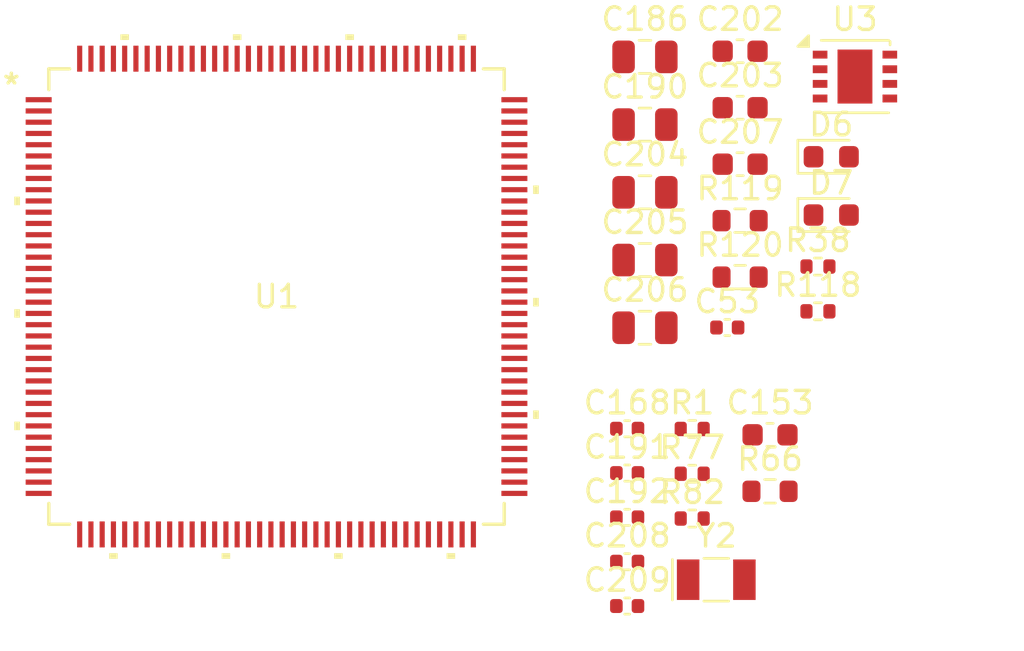
<source format=kicad_pcb>
(kicad_pcb (version 20240108) (generator "pcbnew") (generator_version "8.0")
  (layers (0 "F.Cu" signal) (31 "B.Cu" signal) (34 "B.Paste" user) (35 "F.Paste" user) (36 "B.SilkS" user "B.Silkscreen") (37 "F.SilkS" user "F.Silkscreen") (38 "B.Mask" user) (39 "F.Mask" user) (44 "Edge.Cuts" user))
  (net 0 "")
  (net 1 "/3,3V regulator: MCP1727-2502EMF/5P0V")
  (net 2 "Earth")
  (net 3 "/CLOCK & GND/PLL_MDDR_VSSA")
  (net 4 "Net-(U3-~{SHDN})")
  (net 5 "Net-(D6-A)")
  (net 6 "Net-(D7-A)")
  (net 81 "/CLOCK & GND/PLL_MDDR_VDDA")
  (net 82 "3P3V")
  (net 83 "Net-(C192-Pad1)")
  (net 84 "/CLOCK & GND/XTLOSC_MAIN_EXTAL")
  (net 85 "/CLOCK & GND/XTLOSC_MAIN_XTAL")
  (net 87 "/CLOCK & GND/DEVRST_N")
  (footprint "Package_DFN_QFN:DFN-8-1EP_3x3mm_P0.65mm_EP1.55x2.4mm" (layer "F.Cu") (at 167.415 78.135)
    (property "Reference" "U3" (at 0 -2.55 0) (layer "F.SilkS"))
    (property "Value" "MCP1727-2502xMF")
    (fp_line (start -1.5 -1.61) (end 1.5 -1.61) (stroke (width 0.12)) (layer "F.SilkS"))
    (fp_line (start -1.5 1.61) (end 1.5 1.61) (stroke (width 0.12)) (layer "F.SilkS"))
    (fp_line (start 1.56 -1.56) (end 1.56 -1.41) (stroke (width 0.12)) (layer "F.SilkS"))
    (fp_poly (pts (xy -2.06 -1.34) (xy -2.54 -1.34) (xy -2.06 -1.82) (xy -2.06 -1.34)) (stroke (width 0.12)) (fill solid) (layer "F.SilkS"))
    (pad "1" smd rect (at -1.55 -0.975) (size 0.65 0.35) (layers "F.Cu" "F.Paste" "F.Mask") (net 1 "/3,3V regulator: MCP1727-2502EMF/5P0V"))
    (pad "2" smd rect (at -1.55 -0.325) (size 0.65 0.35) (layers "F.Cu" "F.Paste" "F.Mask") (net 1 "/3,3V regulator: MCP1727-2502EMF/5P0V"))
    (pad "3" smd rect (at -1.55 0.325) (size 0.65 0.35) (layers "F.Cu" "F.Paste" "F.Mask") (net 4 "Net-(U3-~{SHDN})"))
    (pad "4" smd rect (at -1.55 0.975) (size 0.65 0.35) (layers "F.Cu" "F.Paste" "F.Mask") (net 2 "Earth"))
    (pad "5" smd rect (at 1.55 0.975) (size 0.65 0.35) (layers "F.Cu" "F.Paste" "F.Mask"))
    (pad "6" smd rect (at 1.55 0.325) (size 0.65 0.35) (layers "F.Cu" "F.Paste" "F.Mask"))
    (pad "7" smd rect (at 1.55 -0.325) (size 0.65 0.35) (layers "F.Cu" "F.Paste" "F.Mask") (net 82 "3P3V"))
    (pad "8" smd rect (at 1.55 -0.975) (size 0.65 0.35) (layers "F.Cu" "F.Paste" "F.Mask") (net 82 "3P3V"))
    (pad "9" smd rect (at 0 0) (size 1.55 2.4) (layers "F.Cu" "F.Mask") (net 2 "Earth"))
  )
  (footprint "Capacitor_SMD:C_0603_1608Metric" (layer "F.Cu") (at 162.31 77.01)
    (property "Reference" "C202" (at 0 -1.43 0) (layer "F.SilkS"))
    (property "Value" "0.1uF/50V")
    (fp_line (start -0.14058 -0.51) (end 0.14058 -0.51) (stroke (width 0.12)) (layer "F.SilkS"))
    (fp_line (start -0.14058 0.51) (end 0.14058 0.51) (stroke (width 0.12)) (layer "F.SilkS"))
    (pad "1" smd roundrect (at -0.775 0) (size 0.9 0.95) (layers "F.Cu" "F.Paste" "F.Mask") (net 4 "Net-(U3-~{SHDN})"))
    (pad "2" smd roundrect (at 0.775 0) (size 0.9 0.95) (layers "F.Cu" "F.Paste" "F.Mask") (net 82 "3P3V"))
  )
  (footprint "Capacitor_SMD:C_0603_1608Metric" (layer "F.Cu") (at 163.64 94.06)
    (property "Reference" "C153" (at 0 -1.43 0) (layer "F.SilkS"))
    (property "Value" "22uF/10V")
    (fp_line (start -0.14058 -0.51) (end 0.14058 -0.51) (stroke (width 0.12)) (layer "F.SilkS"))
    (fp_line (start -0.14058 0.51) (end 0.14058 0.51) (stroke (width 0.12)) (layer "F.SilkS"))
    (pad "1" smd roundrect (at -0.775 0) (size 0.9 0.95) (layers "F.Cu" "F.Paste" "F.Mask") (net 81 "/CLOCK & GND/PLL_MDDR_VDDA"))
    (pad "2" smd roundrect (at 0.775 0) (size 0.9 0.95) (layers "F.Cu" "F.Paste" "F.Mask") (net 3 "/CLOCK & GND/PLL_MDDR_VSSA"))
  )
  (footprint "Capacitor_SMD:C_0402_1005Metric" (layer "F.Cu") (at 157.29 97.73)
    (property "Reference" "C192" (at 0 -1.16 0) (layer "F.SilkS"))
    (property "Value" "1uF/16V")
    (fp_line (start -0.107836 -0.36) (end 0.107836 -0.36) (stroke (width 0.12)) (layer "F.SilkS"))
    (fp_line (start -0.107836 0.36) (end 0.107836 0.36) (stroke (width 0.12)) (layer "F.SilkS"))
    (pad "1" smd roundrect (at -0.48 0) (size 0.56 0.62) (layers "F.Cu" "F.Paste" "F.Mask") (net 83 "Net-(C192-Pad1)"))
    (pad "2" smd roundrect (at 0.48 0) (size 0.56 0.62) (layers "F.Cu" "F.Paste" "F.Mask") (net 2 "Earth"))
  )
  (footprint "Crystal:Crystal_SMD_EuroQuartz_EQ161-2Pin_3.2x1.5mm" (layer "F.Cu") (at 161.25 100.5)
    (property "Reference" "Y2" (at 0 -1.95 0) (layer "F.SilkS"))
    (property "Value" "32.768KHz NL")
    (fp_line (start -1.95 -0.9) (end -1.95 0.9) (stroke (width 0.12)) (layer "F.SilkS"))
    (fp_line (start -0.55 -0.95) (end 0.55 -0.95) (stroke (width 0.12)) (layer "F.SilkS"))
    (fp_line (start -0.55 0.95) (end 0.55 0.95) (stroke (width 0.12)) (layer "F.SilkS"))
    (pad "1" smd rect (at -1.25 0) (size 1 1.8) (layers "F.Cu" "F.Paste" "F.Mask") (net 85 "/CLOCK & GND/XTLOSC_MAIN_XTAL"))
    (pad "2" smd rect (at 1.25 0) (size 1 1.8) (layers "F.Cu" "F.Paste" "F.Mask") (net 84 "/CLOCK & GND/XTLOSC_MAIN_EXTAL"))
  )
  (footprint "Resistor_SMD:R_0603_1608Metric" (layer "F.Cu") (at 163.64 96.57)
    (property "Reference" "R66" (at 0 -1.43 0) (layer "F.SilkS"))
    (property "Value" "1R/1%")
    (fp_line (start -0.237258 -0.5225) (end 0.237258 -0.5225) (stroke (width 0.12)) (layer "F.SilkS"))
    (fp_line (start -0.237258 0.5225) (end 0.237258 0.5225) (stroke (width 0.12)) (layer "F.SilkS"))
    (pad "1" smd roundrect (at -0.825 0) (size 0.8 0.95) (layers "F.Cu" "F.Paste" "F.Mask") (net 81 "/CLOCK & GND/PLL_MDDR_VDDA"))
    (pad "2" smd roundrect (at 0.825 0) (size 0.8 0.95) (layers "F.Cu" "F.Paste" "F.Mask") (net 82 "3P3V"))
  )
  (footprint "Capacitor_SMD:C_0805_2012Metric" (layer "F.Cu") (at 158.08 89.3)
    (property "Reference" "C206" (at 0 -1.68 0) (layer "F.SilkS"))
    (property "Value" "10uF/25V")
    (fp_line (start -0.261252 -0.735) (end 0.261252 -0.735) (stroke (width 0.12)) (layer "F.SilkS"))
    (fp_line (start -0.261252 0.735) (end 0.261252 0.735) (stroke (width 0.12)) (layer "F.SilkS"))
    (pad "1" smd roundrect (at -0.95 0) (size 1 1.45) (layers "F.Cu" "F.Paste" "F.Mask") (net 82 "3P3V"))
    (pad "2" smd roundrect (at 0.95 0) (size 1 1.45) (layers "F.Cu" "F.Paste" "F.Mask") (net 2 "Earth"))
  )
  (footprint "Capacitor_SMD:C_0805_2012Metric" (layer "F.Cu") (at 158.08 86.29)
    (property "Reference" "C205" (at 0 -1.68 0) (layer "F.SilkS"))
    (property "Value" "10uF/25V")
    (fp_line (start -0.261252 -0.735) (end 0.261252 -0.735) (stroke (width 0.12)) (layer "F.SilkS"))
    (fp_line (start -0.261252 0.735) (end 0.261252 0.735) (stroke (width 0.12)) (layer "F.SilkS"))
    (pad "1" smd roundrect (at -0.95 0) (size 1 1.45) (layers "F.Cu" "F.Paste" "F.Mask") (net 82 "3P3V"))
    (pad "2" smd roundrect (at 0.95 0) (size 1 1.45) (layers "F.Cu" "F.Paste" "F.Mask") (net 2 "Earth"))
  )
  (footprint "Resistor_SMD:R_0402_1005Metric" (layer "F.Cu") (at 165.77 88.57)
    (property "Reference" "R118" (at 0 -1.17 0) (layer "F.SilkS"))
    (property "Value" "470(5%)		")
    (fp_line (start -0.153641 -0.38) (end 0.153641 -0.38) (stroke (width 0.12)) (layer "F.SilkS"))
    (fp_line (start -0.153641 0.38) (end 0.153641 0.38) (stroke (width 0.12)) (layer "F.SilkS"))
    (pad "1" smd roundrect (at -0.51 0) (size 0.54 0.64) (layers "F.Cu" "F.Paste" "F.Mask") (net 82 "3P3V"))
    (pad "2" smd roundrect (at 0.51 0) (size 0.54 0.64) (layers "F.Cu" "F.Paste" "F.Mask") (net 5 "Net-(D6-A)"))
  )
  (footprint "Resistor_SMD:R_0402_1005Metric" (layer "F.Cu") (at 160.18 97.78)
    (property "Reference" "R82" (at 0 -1.17 0) (layer "F.SilkS"))
    (property "Value" "39/1%")
    (fp_line (start -0.153641 -0.38) (end 0.153641 -0.38) (stroke (width 0.12)) (layer "F.SilkS"))
    (fp_line (start -0.153641 0.38) (end 0.153641 0.38) (stroke (width 0.12)) (layer "F.SilkS"))
    (pad "1" smd roundrect (at -0.51 0) (size 0.54 0.64) (layers "F.Cu" "F.Paste" "F.Mask") (net 87 "/CLOCK & GND/DEVRST_N"))
    (pad "2" smd roundrect (at 0.51 0) (size 0.54 0.64) (layers "F.Cu" "F.Paste" "F.Mask") (net 83 "Net-(C192-Pad1)"))
  )
  (footprint "Resistor_SMD:R_0603_1608Metric" (layer "F.Cu") (at 162.31 84.54)
    (property "Reference" "R119" (at 0 -1.43 0) (layer "F.SilkS"))
    (property "Value" "36k(1%)")
    (fp_line (start -0.237258 -0.5225) (end 0.237258 -0.5225) (stroke (width 0.12)) (layer "F.SilkS"))
    (fp_line (start -0.237258 0.5225) (end 0.237258 0.5225) (stroke (width 0.12)) (layer "F.SilkS"))
    (pad "1" smd roundrect (at -0.825 0) (size 0.8 0.95) (layers "F.Cu" "F.Paste" "F.Mask") (net 1 "/3,3V regulator: MCP1727-2502EMF/5P0V"))
    (pad "2" smd roundrect (at 0.825 0) (size 0.8 0.95) (layers "F.Cu" "F.Paste" "F.Mask") (net 4 "Net-(U3-~{SHDN})"))
  )
  (footprint "Capacitor_SMD:C_0603_1608Metric" (layer "F.Cu") (at 162.31 82.03)
    (property "Reference" "C207" (at 0 -1.43 0) (layer "F.SilkS"))
    (property "Value" "1uF/16V")
    (fp_line (start -0.14058 -0.51) (end 0.14058 -0.51) (stroke (width 0.12)) (layer "F.SilkS"))
    (fp_line (start -0.14058 0.51) (end 0.14058 0.51) (stroke (width 0.12)) (layer "F.SilkS"))
    (pad "1" smd roundrect (at -0.775 0) (size 0.9 0.95) (layers "F.Cu" "F.Paste" "F.Mask") (net 4 "Net-(U3-~{SHDN})"))
    (pad "2" smd roundrect (at 0.775 0) (size 0.9 0.95) (layers "F.Cu" "F.Paste" "F.Mask") (net 2 "Earth"))
  )
  (footprint "Capacitor_SMD:C_0603_1608Metric" (layer "F.Cu") (at 162.31 79.52)
    (property "Reference" "C203" (at 0 -1.43 0) (layer "F.SilkS"))
    (property "Value" "0.1uF/50V")
    (fp_line (start -0.14058 -0.51) (end 0.14058 -0.51) (stroke (width 0.12)) (layer "F.SilkS"))
    (fp_line (start -0.14058 0.51) (end 0.14058 0.51) (stroke (width 0.12)) (layer "F.SilkS"))
    (pad "1" smd roundrect (at -0.775 0) (size 0.9 0.95) (layers "F.Cu" "F.Paste" "F.Mask") (net 82 "3P3V"))
    (pad "2" smd roundrect (at 0.775 0) (size 0.9 0.95) (layers "F.Cu" "F.Paste" "F.Mask") (net 2 "Earth"))
  )
  (footprint "Capacitor_SMD:C_0402_1005Metric" (layer "F.Cu") (at 157.29 99.7)
    (property "Reference" "C208" (at 0 -1.16 0) (layer "F.SilkS"))
    (property "Value" "30pF NL/50V")
    (fp_line (start -0.107836 -0.36) (end 0.107836 -0.36) (stroke (width 0.12)) (layer "F.SilkS"))
    (fp_line (start -0.107836 0.36) (end 0.107836 0.36) (stroke (width 0.12)) (layer "F.SilkS"))
    (pad "1" smd roundrect (at -0.48 0) (size 0.56 0.62) (layers "F.Cu" "F.Paste" "F.Mask") (net 84 "/CLOCK & GND/XTLOSC_MAIN_EXTAL"))
    (pad "2" smd roundrect (at 0.48 0) (size 0.56 0.62) (layers "F.Cu" "F.Paste" "F.Mask") (net 2 "Earth"))
  )
  (footprint "Capacitor_SMD:C_0402_1005Metric" (layer "F.Cu") (at 157.29 95.76)
    (property "Reference" "C191" (at 0 -1.16 0) (layer "F.SilkS"))
    (property "Value" "0.1uF/16V")
    (fp_line (start -0.107836 -0.36) (end 0.107836 -0.36) (stroke (width 0.12)) (layer "F.SilkS"))
    (fp_line (start -0.107836 0.36) (end 0.107836 0.36) (stroke (width 0.12)) (layer "F.SilkS"))
    (pad "1" smd roundrect (at -0.48 0) (size 0.56 0.62) (layers "F.Cu" "F.Paste" "F.Mask") (net 82 "3P3V"))
    (pad "2" smd roundrect (at 0.48 0) (size 0.56 0.62) (layers "F.Cu" "F.Paste" "F.Mask") (net 2 "Earth"))
  )
  (footprint "Capacitor_SMD:C_0402_1005Metric" (layer "F.Cu") (at 161.74 89.29)
    (property "Reference" "C53" (at 0 -1.16 0) (layer "F.SilkS"))
    (property "Value" "0.1uF/16V")
    (fp_line (start -0.107836 -0.36) (end 0.107836 -0.36) (stroke (width 0.12)) (layer "F.SilkS"))
    (fp_line (start -0.107836 0.36) (end 0.107836 0.36) (stroke (width 0.12)) (layer "F.SilkS"))
    (pad "1" smd roundrect (at -0.48 0) (size 0.56 0.62) (layers "F.Cu" "F.Paste" "F.Mask") (net 1 "/3,3V regulator: MCP1727-2502EMF/5P0V"))
    (pad "2" smd roundrect (at 0.48 0) (size 0.56 0.62) (layers "F.Cu" "F.Paste" "F.Mask") (net 2 "Earth"))
  )
  (footprint "Resistor_SMD:R_0402_1005Metric" (layer "F.Cu") (at 160.18 93.8)
    (property "Reference" "R1" (at 0 -1.17 0) (layer "F.SilkS"))
    (property "Value" "10k/5%")
    (fp_line (start -0.153641 -0.38) (end 0.153641 -0.38) (stroke (width 0.12)) (layer "F.SilkS"))
    (fp_line (start -0.153641 0.38) (end 0.153641 0.38) (stroke (width 0.12)) (layer "F.SilkS"))
    (pad "1" smd roundrect (at -0.51 0) (size 0.54 0.64) (layers "F.Cu" "F.Paste" "F.Mask"))
    (pad "2" smd roundrect (at 0.51 0) (size 0.54 0.64) (layers "F.Cu" "F.Paste" "F.Mask") (net 83 "Net-(C192-Pad1)"))
  )
  (footprint "Capacitor_SMD:C_0805_2012Metric" (layer "F.Cu") (at 158.08 77.26)
    (property "Reference" "C186" (at 0 -1.68 0) (layer "F.SilkS"))
    (property "Value" "47uF/10V")
    (fp_line (start -0.261252 -0.735) (end 0.261252 -0.735) (stroke (width 0.12)) (layer "F.SilkS"))
    (fp_line (start -0.261252 0.735) (end 0.261252 0.735) (stroke (width 0.12)) (layer "F.SilkS"))
    (pad "1" smd roundrect (at -0.95 0) (size 1 1.45) (layers "F.Cu" "F.Paste" "F.Mask") (net 1 "/3,3V regulator: MCP1727-2502EMF/5P0V"))
    (pad "2" smd roundrect (at 0.95 0) (size 1 1.45) (layers "F.Cu" "F.Paste" "F.Mask") (net 2 "Earth"))
  )
  (footprint "Resistor_SMD:R_0402_1005Metric" (layer "F.Cu") (at 160.18 95.79)
    (property "Reference" "R77" (at 0 -1.17 0) (layer "F.SilkS"))
    (property "Value" "10k/5%")
    (fp_line (start -0.153641 -0.38) (end 0.153641 -0.38) (stroke (width 0.12)) (layer "F.SilkS"))
    (fp_line (start -0.153641 0.38) (end 0.153641 0.38) (stroke (width 0.12)) (layer "F.SilkS"))
    (pad "1" smd roundrect (at -0.51 0) (size 0.54 0.64) (layers "F.Cu" "F.Paste" "F.Mask") (net 82 "3P3V"))
    (pad "2" smd roundrect (at 0.51 0) (size 0.54 0.64) (layers "F.Cu" "F.Paste" "F.Mask") (net 83 "Net-(C192-Pad1)"))
  )
  (footprint "LED_SMD:LED_0603_1608Metric" (layer "F.Cu") (at 166.36 81.7)
    (property "Reference" "D6" (at 0 -1.43 0) (layer "F.SilkS"))
    (property "Value" "LED RED / 0603")
    (fp_line (start -1.485 -0.735) (end -1.485 0.735) (stroke (width 0.12)) (layer "F.SilkS"))
    (fp_line (start -1.485 0.735) (end 0.8 0.735) (stroke (width 0.12)) (layer "F.SilkS"))
    (fp_line (start 0.8 -0.735) (end -1.485 -0.735) (stroke (width 0.12)) (layer "F.SilkS"))
    (pad "1" smd roundrect (at -0.7875 0) (size 0.875 0.95) (layers "F.Cu" "F.Paste" "F.Mask") (net 2 "Earth"))
    (pad "2" smd roundrect (at 0.7875 0) (size 0.875 0.95) (layers "F.Cu" "F.Paste" "F.Mask") (net 5 "Net-(D6-A)"))
  )
  (footprint "Capacitor_SMD:C_0402_1005Metric" (layer "F.Cu") (at 157.29 101.67)
    (property "Reference" "C209" (at 0 -1.16 0) (layer "F.SilkS"))
    (property "Value" "30pF NL/50V")
    (fp_line (start -0.107836 -0.36) (end 0.107836 -0.36) (stroke (width 0.12)) (layer "F.SilkS"))
    (fp_line (start -0.107836 0.36) (end 0.107836 0.36) (stroke (width 0.12)) (layer "F.SilkS"))
    (pad "1" smd roundrect (at -0.48 0) (size 0.56 0.62) (layers "F.Cu" "F.Paste" "F.Mask") (net 85 "/CLOCK & GND/XTLOSC_MAIN_XTAL"))
    (pad "2" smd roundrect (at 0.48 0) (size 0.56 0.62) (layers "F.Cu" "F.Paste" "F.Mask") (net 2 "Earth"))
  )
  (footprint "Resistor_SMD:R_0603_1608Metric" (layer "F.Cu") (at 162.31 87.05)
    (property "Reference" "R120" (at 0 -1.43 0) (layer "F.SilkS"))
    (property "Value" "43k(1%)")
    (fp_line (start -0.237258 -0.5225) (end 0.237258 -0.5225) (stroke (width 0.12)) (layer "F.SilkS"))
    (fp_line (start -0.237258 0.5225) (end 0.237258 0.5225) (stroke (width 0.12)) (layer "F.SilkS"))
    (pad "1" smd roundrect (at -0.825 0) (size 0.8 0.95) (layers "F.Cu" "F.Paste" "F.Mask") (net 4 "Net-(U3-~{SHDN})"))
    (pad "2" smd roundrect (at 0.825 0) (size 0.8 0.95) (layers "F.Cu" "F.Paste" "F.Mask") (net 2 "Earth"))
  )
  (footprint "Capacitor_SMD:C_0805_2012Metric" (layer "F.Cu") (at 158.08 83.28)
    (property "Reference" "C204" (at 0 -1.68 0) (layer "F.SilkS"))
    (property "Value" "47uF/10V")
    (fp_line (start -0.261252 -0.735) (end 0.261252 -0.735) (stroke (width 0.12)) (layer "F.SilkS"))
    (fp_line (start -0.261252 0.735) (end 0.261252 0.735) (stroke (width 0.12)) (layer "F.SilkS"))
    (pad "1" smd roundrect (at -0.95 0) (size 1 1.45) (layers "F.Cu" "F.Paste" "F.Mask") (net 1 "/3,3V regulator: MCP1727-2502EMF/5P0V"))
    (pad "2" smd roundrect (at 0.95 0) (size 1 1.45) (layers "F.Cu" "F.Paste" "F.Mask") (net 2 "Earth"))
  )
  (footprint "M2S010_TQG144IA:TQ144_MCH-L" (layer "F.Cu") (at 141.7036 87.9136)
    (property "Reference" "U1" (at 0 0 0) (layer "F.SilkS"))
    (property "Value" "M2S010-TQG144I")
    (fp_line (start -10.1219 -10.1219) (end -10.1219 -9.19704) (stroke (width 0.1524)) (layer "F.SilkS"))
    (fp_line (start -10.1219 9.19704) (end -10.1219 10.1219) (stroke (width 0.1524)) (layer "F.SilkS"))
    (fp_line (start -10.1219 10.1219) (end -9.19704 10.1219) (stroke (width 0.1524)) (layer "F.SilkS"))
    (fp_line (start -9.19704 -10.1219) (end -10.1219 -10.1219) (stroke (width 0.1524)) (layer "F.SilkS"))
    (fp_line (start 9.19704 10.1219) (end 10.1219 10.1219) (stroke (width 0.1524)) (layer "F.SilkS"))
    (fp_line (start 10.1219 -10.1219) (end 9.19704 -10.1219) (stroke (width 0.1524)) (layer "F.SilkS"))
    (fp_line (start 10.1219 -9.19704) (end 10.1219 -10.1219) (stroke (width 0.1524)) (layer "F.SilkS"))
    (fp_line (start 10.1219 10.1219) (end 10.1219 9.19704) (stroke (width 0.1524)) (layer "F.SilkS"))
    (fp_poly (pts (xy -11.6586 -4.440499) (xy -11.6586 -4.059499) (xy -11.4046 -4.059499) (xy -11.4046 -4.440499)) (fill solid) (layer "F.SilkS"))
    (fp_poly (pts (xy -11.6586 0.559501) (xy -11.6586 0.940501) (xy -11.4046 0.940501) (xy -11.4046 0.559501)) (fill solid) (layer "F.SilkS"))
    (fp_poly (pts (xy -11.6586 5.559501) (xy -11.6586 5.940501) (xy -11.4046 5.940501) (xy -11.4046 5.559501)) (fill solid) (layer "F.SilkS"))
    (fp_poly (pts (xy -7.440501 11.4046) (xy -7.440501 11.6586) (xy -7.059501 11.6586) (xy -7.059501 11.4046)) (fill solid) (layer "F.SilkS"))
    (fp_poly (pts (xy -6.940499 -11.4046) (xy -6.940499 -11.6586) (xy -6.559499 -11.6586) (xy -6.559499 -11.4046)) (fill solid) (layer "F.SilkS"))
    (fp_poly (pts (xy -2.440501 11.4046) (xy -2.440501 11.6586) (xy -2.059501 11.6586) (xy -2.059501 11.4046)) (fill solid) (layer "F.SilkS"))
    (fp_poly (pts (xy -1.940499 -11.4046) (xy -1.940499 -11.6586) (xy -1.559499 -11.6586) (xy -1.559499 -11.4046)) (fill solid) (layer "F.SilkS"))
    (fp_poly (pts (xy 2.5595 11.4046) (xy 2.5595 11.6586) (xy 2.9405 11.6586) (xy 2.9405 11.4046)) (fill solid) (layer "F.SilkS"))
    (fp_poly (pts (xy 3.059501 -11.4046) (xy 3.059501 -11.6586) (xy 3.440501 -11.6586) (xy 3.440501 -11.4046)) (fill solid) (layer "F.SilkS"))
    (fp_poly (pts (xy 7.5595 11.4046) (xy 7.5595 11.6586) (xy 7.9405 11.6586) (xy 7.9405 11.4046)) (fill solid) (layer "F.SilkS"))
    (fp_poly (pts (xy 8.059501 -11.4046) (xy 8.059501 -11.6586) (xy 8.440501 -11.6586) (xy 8.440501 -11.4046)) (fill solid) (layer "F.SilkS"))
    (fp_poly (pts (xy 11.6586 -4.940501) (xy 11.6586 -4.559501) (xy 11.4046 -4.559501) (xy 11.4046 -4.940501)) (fill solid) (layer "F.SilkS"))
    (fp_poly (pts (xy 11.6586 0.059499) (xy 11.6586 0.4405) (xy 11.4046 0.4405) (xy 11.4046 0.059499)) (fill solid) (layer "F.SilkS"))
    (fp_poly (pts (xy 11.6586 5.0595) (xy 11.6586 5.4405) (xy 11.4046 5.4405) (xy 11.4046 5.0595)) (fill solid) (layer "F.SilkS"))
    (fp_text user "*" (at -11.7856 -9.381 0) (layer "F.SilkS"))
    (fp_text user "*" (at -11.7856 -9.381 0) (layer "F.SilkS"))
    (pad "1" smd rect (at -10.57275 -8.75 90) (size 0.2286 1.1557) (layers "F.Cu" "F.Paste" "F.Mask"))
    (pad "2" smd rect (at -10.57275 -8.250001 90) (size 0.2286 1.1557) (layers "F.Cu" "F.Paste" "F.Mask"))
    (pad "3" smd rect (at -10.57275 -7.75 90) (size 0.2286 1.1557) (layers "F.Cu" "F.Paste" "F.Mask"))
    (pad "4" smd rect (at -10.57275 -7.250001 90) (size 0.2286 1.1557) (layers "F.Cu" "F.Paste" "F.Mask"))
    (pad "5" smd rect (at -10.57275 -6.749999 90) (size 0.2286 1.1557) (layers "F.Cu" "F.Paste" "F.Mask"))
    (pad "6" smd rect (at -10.57275 -6.25 90) (size 0.2286 1.1557) (layers "F.Cu" "F.Paste" "F.Mask"))
    (pad "7" smd rect (at -10.57275 -5.750001 90) (size 0.2286 1.1557) (layers "F.Cu" "F.Paste" "F.Mask"))
    (pad "8" smd rect (at -10.57275 -5.25 90) (size 0.2286 1.1557) (layers "F.Cu" "F.Paste" "F.Mask"))
    (pad "9" smd rect (at -10.57275 -4.750001 90) (size 0.2286 1.1557) (layers "F.Cu" "F.Paste" "F.Mask"))
    (pad "10" smd rect (at -10.57275 -4.249999 90) (size 0.2286 1.1557) (layers "F.Cu" "F.Paste" "F.Mask"))
    (pad "11" smd rect (at -10.57275 -3.75 90) (size 0.2286 1.1557) (layers "F.Cu" "F.Paste" "F.Mask"))
    (pad "12" smd rect (at -10.57275 -3.250001 90) (size 0.2286 1.1557) (layers "F.Cu" "F.Paste" "F.Mask"))
    (pad "13" smd rect (at -10.57275 -2.75 90) (size 0.2286 1.1557) (layers "F.Cu" "F.Paste" "F.Mask"))
    (pad "14" smd rect (at -10.57275 -2.250001 90) (size 0.2286 1.1557) (layers "F.Cu" "F.Paste" "F.Mask"))
    (pad "15" smd rect (at -10.57275 -1.749999 90) (size 0.2286 1.1557) (layers "F.Cu" "F.Paste" "F.Mask"))
    (pad "16" smd rect (at -10.57275 -1.25 90) (size 0.2286 1.1557) (layers "F.Cu" "F.Paste" "F.Mask"))
    (pad "17" smd rect (at -10.57275 -0.750001 90) (size 0.2286 1.1557) (layers "F.Cu" "F.Paste" "F.Mask"))
    (pad "18" smd rect (at -10.57275 -0.25 90) (size 0.2286 1.1557) (layers "F.Cu" "F.Paste" "F.Mask"))
    (pad "19" smd rect (at -10.57275 0.25 90) (size 0.2286 1.1557) (layers "F.Cu" "F.Paste" "F.Mask"))
    (pad "20" smd rect (at -10.57275 0.749998 90) (size 0.2286 1.1557) (layers "F.Cu" "F.Paste" "F.Mask"))
    (pad "21" smd rect (at -10.57275 1.25 90) (size 0.2286 1.1557) (layers "F.Cu" "F.Paste" "F.Mask"))
    (pad "22" smd rect (at -10.57275 1.749999 90) (size 0.2286 1.1557) (layers "F.Cu" "F.Paste" "F.Mask"))
    (pad "23" smd rect (at -10.57275 2.250001 90) (size 0.2286 1.1557) (layers "F.Cu" "F.Paste" "F.Mask"))
    (pad "24" smd rect (at -10.57275 2.75 90) (size 0.2286 1.1557) (layers "F.Cu" "F.Paste" "F.Mask"))
    (pad "25" smd rect (at -10.57275 3.249999 90) (size 0.2286 1.1557) (layers "F.Cu" "F.Paste" "F.Mask"))
    (pad "26" smd rect (at -10.57275 3.75 90) (size 0.2286 1.1557) (layers "F.Cu" "F.Paste" "F.Mask"))
    (pad "27" smd rect (at -10.57275 4.249999 90) (size 0.2286 1.1557) (layers "F.Cu" "F.Paste" "F.Mask"))
    (pad "28" smd rect (at -10.57275 4.750001 90) (size 0.2286 1.1557) (layers "F.Cu" "F.Paste" "F.Mask"))
    (pad "29" smd rect (at -10.57275 5.25 90) (size 0.2286 1.1557) (layers "F.Cu" "F.Paste" "F.Mask"))
    (pad "30" smd rect (at -10.57275 5.749999 90) (size 0.2286 1.1557) (layers "F.Cu" "F.Paste" "F.Mask"))
    (pad "31" smd rect (at -10.57275 6.25 90) (size 0.2286 1.1557) (layers "F.Cu" "F.Paste" "F.Mask"))
    (pad "32" smd rect (at -10.57275 6.749999 90) (size 0.2286 1.1557) (layers "F.Cu" "F.Paste" "F.Mask"))
    (pad "33" smd rect (at -10.57275 7.250001 90) (size 0.2286 1.1557) (layers "F.Cu" "F.Paste" "F.Mask"))
    (pad "34" smd rect (at -10.57275 7.75 90) (size 0.2286 1.1557) (layers "F.Cu" "F.Paste" "F.Mask"))
    (pad "35" smd rect (at -10.57275 8.249999 90) (size 0.2286 1.1557) (layers "F.Cu" "F.Paste" "F.Mask"))
    (pad "36" smd rect (at -10.57275 8.75 90) (size 0.2286 1.1557) (layers "F.Cu" "F.Paste" "F.Mask"))
    (pad "37" smd rect (at -8.75 10.57275) (size 0.2286 1.1557) (layers "F.Cu" "F.Paste" "F.Mask"))
    (pad "38" smd rect (at -8.250001 10.57275) (size 0.2286 1.1557) (layers "F.Cu" "F.Paste" "F.Mask"))
    (pad "39" smd rect (at -7.75 10.57275) (size 0.2286 1.1557) (layers "F.Cu" "F.Paste" "F.Mask"))
    (pad "40" smd rect (at -7.250001 10.57275) (size 0.2286 1.1557) (layers "F.Cu" "F.Paste" "F.Mask"))
    (pad "41" smd rect (at -6.749999 10.57275) (size 0.2286 1.1557) (layers "F.Cu" "F.Paste" "F.Mask"))
    (pad "42" smd rect (at -6.25 10.57275) (size 0.2286 1.1557) (layers "F.Cu" "F.Paste" "F.Mask"))
    (pad "43" smd rect (at -5.750001 10.57275) (size 0.2286 1.1557) (layers "F.Cu" "F.Paste" "F.Mask"))
    (pad "44" smd rect (at -5.25 10.57275) (size 0.2286 1.1557) (layers "F.Cu" "F.Paste" "F.Mask"))
    (pad "45" smd rect (at -4.750001 10.57275) (size 0.2286 1.1557) (layers "F.Cu" "F.Paste" "F.Mask"))
    (pad "46" smd rect (at -4.249999 10.57275) (size 0.2286 1.1557) (layers "F.Cu" "F.Paste" "F.Mask"))
    (pad "47" smd rect (at -3.75 10.57275) (size 0.2286 1.1557) (layers "F.Cu" "F.Paste" "F.Mask"))
    (pad "48" smd rect (at -3.250001 10.57275) (size 0.2286 1.1557) (layers "F.Cu" "F.Paste" "F.Mask"))
    (pad "49" smd rect (at -2.75 10.57275) (size 0.2286 1.1557) (layers "F.Cu" "F.Paste" "F.Mask"))
    (pad "50" smd rect (at -2.250001 10.57275) (size 0.2286 1.1557) (layers "F.Cu" "F.Paste" "F.Mask"))
    (pad "51" smd rect (at -1.749999 10.57275) (size 0.2286 1.1557) (layers "F.Cu" "F.Paste" "F.Mask"))
    (pad "52" smd rect (at -1.25 10.57275) (size 0.2286 1.1557) (layers "F.Cu" "F.Paste" "F.Mask"))
    (pad "53" smd rect (at -0.750001 10.57275) (size 0.2286 1.1557) (layers "F.Cu" "F.Paste" "F.Mask"))
    (pad "54" smd rect (at -0.25 10.57275) (size 0.2286 1.1557) (layers "F.Cu" "F.Paste" "F.Mask"))
    (pad "55" smd rect (at 0.25 10.57275) (size 0.2286 1.1557) (layers "F.Cu" "F.Paste" "F.Mask"))
    (pad "56" smd rect (at 0.750001 10.57275) (size 0.2286 1.1557) (layers "F.Cu" "F.Paste" "F.Mask"))
    (pad "57" smd rect (at 1.25 10.57275) (size 0.2286 1.1557) (layers "F.Cu" "F.Paste" "F.Mask"))
    (pad "58" smd rect (at 1.749999 10.57275) (size 0.2286 1.1557) (layers "F.Cu" "F.Paste" "F.Mask"))
    (pad "59" smd rect (at 2.250001 10.57275) (size 0.2286 1.1557) (layers "F.Cu" "F.Paste" "F.Mask"))
    (pad "60" smd rect (at 2.75 10.57275) (size 0.2286 1.1557) (layers "F.Cu" "F.Paste" "F.Mask"))
    (pad "61" smd rect (at 3.250001 10.57275) (size 0.2286 1.1557) (layers "F.Cu" "F.Paste" "F.Mask"))
    (pad "62" smd rect (at 3.75 10.57275) (size 0.2286 1.1557) (layers "F.Cu" "F.Paste" "F.Mask"))
    (pad "63" smd rect (at 4.249999 10.57275) (size 0.2286 1.1557) (layers "F.Cu" "F.Paste" "F.Mask"))
    (pad "64" smd rect (at 4.750001 10.57275) (size 0.2286 1.1557) (layers "F.Cu" "F.Paste" "F.Mask"))
    (pad "65" smd rect (at 5.25 10.57275) (size 0.2286 1.1557) (layers "F.Cu" "F.Paste" "F.Mask"))
    (pad "66" smd rect (at 5.750001 10.57275) (size 0.2286 1.1557) (layers "F.Cu" "F.Paste" "F.Mask"))
    (pad "67" smd rect (at 6.25 10.57275) (size 0.2286 1.1557) (layers "F.Cu" "F.Paste" "F.Mask"))
    (pad "68" smd rect (at 6.749999 10.57275) (size 0.2286 1.1557) (layers "F.Cu" "F.Paste" "F.Mask"))
    (pad "69" smd rect (at 7.250001 10.57275) (size 0.2286 1.1557) (layers "F.Cu" "F.Paste" "F.Mask"))
    (pad "70" smd rect (at 7.75 10.57275) (size 0.2286 1.1557) (layers "F.Cu" "F.Paste" "F.Mask"))
    (pad "71" smd rect (at 8.250001 10.57275) (size 0.2286 1.1557) (layers "F.Cu" "F.Paste" "F.Mask"))
    (pad "72" smd rect (at 8.75 10.57275) (size 0.2286 1.1557) (layers "F.Cu" "F.Paste" "F.Mask"))
    (pad "73" smd rect (at 10.57275 8.75 90) (size 0.2286 1.1557) (layers "F.Cu" "F.Paste" "F.Mask"))
    (pad "74" smd rect (at 10.57275 8.250001 90) (size 0.2286 1.1557) (layers "F.Cu" "F.Paste" "F.Mask"))
    (pad "75" smd rect (at 10.57275 7.75 90) (size 0.2286 1.1557) (layers "F.Cu" "F.Paste" "F.Mask"))
    (pad "76" smd rect (at 10.57275 7.250001 90) (size 0.2286 1.1557) (layers "F.Cu" "F.Paste" "F.Mask"))
    (pad "77" smd rect (at 10.57275 6.749999 90) (size 0.2286 1.1557) (layers "F.Cu" "F.Paste" "F.Mask"))
    (pad "78" smd rect (at 10.57275 6.25 90) (size 0.2286 1.1557) (layers "F.Cu" "F.Paste" "F.Mask"))
    (pad "79" smd rect (at 10.57275 5.750001 90) (size 0.2286 1.1557) (layers "F.Cu" "F.Paste" "F.Mask"))
    (pad "80" smd rect (at 10.57275 5.25 90) (size 0.2286 1.1557) (layers "F.Cu" "F.Paste" "F.Mask"))
    (pad "81" smd rect (at 10.57275 4.750001 90) (size 0.2286 1.1557) (layers "F.Cu" "F.Paste" "F.Mask"))
    (pad "82" smd rect (at 10.57275 4.249999 90) (size 0.2286 1.1557) (layers "F.Cu" "F.Paste" "F.Mask"))
    (pad "83" smd rect (at 10.57275 3.75 90) (size 0.2286 1.1557) (layers "F.Cu" "F.Paste" "F.Mask"))
    (pad "84" smd rect (at 10.57275 3.250001 90) (size 0.2286 1.1557) (layers "F.Cu" "F.Paste" "F.Mask"))
    (pad "85" smd rect (at 10.57275 2.75 90) (size 0.2286 1.1557) (layers "F.Cu" "F.Paste" "F.Mask"))
    (pad "86" smd rect (at 10.57275 2.250001 90) (size 0.2286 1.1557) (layers "F.Cu" "F.Paste" "F.Mask"))
    (pad "87" smd rect (at 10.57275 1.749999 90) (size 0.2286 1.1557) (layers "F.Cu" "F.Paste" "F.Mask"))
    (pad "88" smd rect (at 10.57275 1.25 90) (size 0.2286 1.1557) (layers "F.Cu" "F.Paste" "F.Mask"))
    (pad "89" smd rect (at 10.57275 0.750001 90) (size 0.2286 1.1557) (layers "F.Cu" "F.Paste" "F.Mask"))
    (pad "90" smd rect (at 10.57275 0.25 90) (size 0.2286 1.1557) (layers "F.Cu" "F.Paste" "F.Mask"))
    (pad "91" smd rect (at 10.57275 -0.25 90) (size 0.2286 1.1557) (layers "F.Cu" "F.Paste" "F.Mask"))
    (pad "92" smd rect (at 10.57275 -0.750001 90) (size 0.2286 1.1557) (layers "F.Cu" "F.Paste" "F.Mask"))
    (pad "93" smd rect (at 10.57275 -1.25 90) (size 0.2286 1.1557) (layers "F.Cu" "F.Paste" "F.Mask"))
    (pad "94" smd rect (at 10.57275 -1.749999 90) (size 0.2286 1.1557) (layers "F.Cu" "F.Paste" "F.Mask"))
    (pad "95" smd rect (at 10.57275 -2.250001 90) (size 0.2286 1.1557) (layers "F.Cu" "F.Paste" "F.Mask"))
    (pad "96" smd rect (at 10.57275 -2.75 90) (size 0.2286 1.1557) (layers "F.Cu" "F.Paste" "F.Mask"))
    (pad "97" smd rect (at 10.57275 -3.250001 90) (size 0.2286 1.1557) (layers "F.Cu" "F.Paste" "F.Mask"))
    (pad "98" smd rect (at 10.57275 -3.75 90) (size 0.2286 1.1557) (layers "F.Cu" "F.Paste" "F.Mask"))
    (pad "99" smd rect (at 10.57275 -4.249999 90) (size 0.2286 1.1557) (layers "F.Cu" "F.Paste" "F.Mask"))
    (pad "100" smd rect (at 10.57275 -4.750001 90) (size 0.2286 1.1557) (layers "F.Cu" "F.Paste" "F.Mask"))
    (pad "101" smd rect (at 10.57275 -5.25 90) (size 0.2286 1.1557) (layers "F.Cu" "F.Paste" "F.Mask"))
    (pad "102" smd rect (at 10.57275 -5.750001 90) (size 0.2286 1.1557) (layers "F.Cu" "F.Paste" "F.Mask"))
    (pad "103" smd rect (at 10.57275 -6.25 90) (size 0.2286 1.1557) (layers "F.Cu" "F.Paste" "F.Mask"))
    (pad "104" smd rect (at 10.57275 -6.749999 90) (size 0.2286 1.1557) (layers "F.Cu" "F.Paste" "F.Mask"))
    (pad "105" smd rect (at 10.57275 -7.250001 90) (size 0.2286 1.1557) (layers "F.Cu" "F.Paste" "F.Mask"))
    (pad "106" smd rect (at 10.57275 -7.75 90) (size 0.2286 1.1557) (layers "F.Cu" "F.Paste" "F.Mask"))
    (pad "107" smd rect (at 10.57275 -8.250001 90) (size 0.2286 1.1557) (layers "F.Cu" "F.Paste" "F.Mask"))
    (pad "108" smd rect (at 10.57275 -8.75 90) (size 0.2286 1.1557) (layers "F.Cu" "F.Paste" "F.Mask"))
    (pad "109" smd rect (at 8.75 -10.57275) (size 0.2286 1.1557) (layers "F.Cu" "F.Paste" "F.Mask"))
    (pad "110" smd rect (at 8.250001 -10.57275) (size 0.2286 1.1557) (layers "F.Cu" "F.Paste" "F.Mask"))
    (pad "111" smd rect (at 7.75 -10.57275) (size 0.2286 1.1557) (layers "F.Cu" "F.Paste" "F.Mask"))
    (pad "112" smd rect (at 7.250001 -10.57275) (size 0.2286 1.1557) (layers "F.Cu" "F.Paste" "F.Mask"))
    (pad "113" smd rect (at 6.749999 -10.57275) (size 0.2286 1.1557) (layers "F.Cu" "F.Paste" "F.Mask"))
    (pad "114" smd rect (at 6.25 -10.57275) (size 0.2286 1.1557) (layers "F.Cu" "F.Paste" "F.Mask"))
    (pad "115" smd rect (at 5.750001 -10.57275) (size 0.2286 1.1557) (layers "F.Cu" "F.Paste" "F.Mask"))
    (pad "116" smd rect (at 5.25 -10.57275) (size 0.2286 1.1557) (layers "F.Cu" "F.Paste" "F.Mask"))
    (pad "117" smd rect (at 4.750001 -10.57275) (size 0.2286 1.1557) (layers "F.Cu" "F.Paste" "F.Mask"))
    (pad "118" smd rect (at 4.249999 -10.57275) (size 0.2286 1.1557) (layers "F.Cu" "F.Paste" "F.Mask"))
    (pad "119" smd rect (at 3.75 -10.57275) (size 0.2286 1.1557) (layers "F.Cu" "F.Paste" "F.Mask"))
    (pad "120" smd rect (at 3.250001 -10.57275) (size 0.2286 1.1557) (layers "F.Cu" "F.Paste" "F.Mask"))
    (pad "121" smd rect (at 2.75 -10.57275) (size 0.2286 1.1557) (layers "F.Cu" "F.Paste" "F.Mask"))
    (pad "122" smd rect (at 2.250001 -10.57275) (size 0.2286 1.1557) (layers "F.Cu" "F.Paste" "F.Mask"))
    (pad "123" smd rect (at 1.749999 -10.57275) (size 0.2286 1.1557) (layers "F.Cu" "F.Paste" "F.Mask"))
    (pad "124" smd rect (at 1.25 -10.57275) (size 0.2286 1.1557) (layers "F.Cu" "F.Paste" "F.Mask"))
    (pad "125" smd rect (at 0.750001 -10.57275) (size 0.2286 1.1557) (layers "F.Cu" "F.Paste" "F.Mask"))
    (pad "126" smd rect (at 0.25 -10.57275) (size 0.2286 1.1557) (layers "F.Cu" "F.Paste" "F.Mask"))
    (pad "127" smd rect (at -0.25 -10.57275) (size 0.2286 1.1557) (layers "F.Cu" "F.Paste" "F.Mask"))
    (pad "128" smd rect (at -0.750001 -10.57275) (size 0.2286 1.1557) (layers "F.Cu" "F.Paste" "F.Mask"))
    (pad "129" smd rect (at -1.25 -10.57275) (size 0.2286 1.1557) (layers "F.Cu" "F.Paste" "F.Mask"))
    (pad "130" smd rect (at -1.749999 -10.57275) (size 0.2286 1.1557) (layers "F.Cu" "F.Paste" "F.Mask"))
    (pad "131" smd rect (at -2.250001 -10.57275) (size 0.2286 1.1557) (layers "F.Cu" "F.Paste" "F.Mask"))
    (pad "132" smd rect (at -2.75 -10.57275) (size 0.2286 1.1557) (layers "F.Cu" "F.Paste" "F.Mask"))
    (pad "133" smd rect (at -3.250001 -10.57275) (size 0.2286 1.1557) (layers "F.Cu" "F.Paste" "F.Mask"))
    (pad "134" smd rect (at -3.75 -10.57275) (size 0.2286 1.1557) (layers "F.Cu" "F.Paste" "F.Mask"))
    (pad "135" smd rect (at -4.249999 -10.57275) (size 0.2286 1.1557) (layers "F.Cu" "F.Paste" "F.Mask"))
    (pad "136" smd rect (at -4.750001 -10.57275) (size 0.2286 1.1557) (layers "F.Cu" "F.Paste" "F.Mask"))
    (pad "137" smd rect (at -5.25 -10.57275) (size 0.2286 1.1557) (layers "F.Cu" "F.Paste" "F.Mask"))
    (pad "138" smd rect (at -5.750001 -10.57275) (size 0.2286 1.1557) (layers "F.Cu" "F.Paste" "F.Mask"))
    (pad "139" smd rect (at -6.25 -10.57275) (size 0.2286 1.1557) (layers "F.Cu" "F.Paste" "F.Mask"))
    (pad "140" smd rect (at -6.749999 -10.57275) (size 0.2286 1.1557) (layers "F.Cu" "F.Paste" "F.Mask"))
    (pad "141" smd rect (at -7.250001 -10.57275) (size 0.2286 1.1557) (layers "F.Cu" "F.Paste" "F.Mask"))
    (pad "142" smd rect (at -7.75 -10.57275) (size 0.2286 1.1557) (layers "F.Cu" "F.Paste" "F.Mask"))
    (pad "143" smd rect (at -8.250001 -10.57275) (size 0.2286 1.1557) (layers "F.Cu" "F.Paste" "F.Mask"))
    (pad "144" smd rect (at -8.75 -10.57275) (size 0.2286 1.1557) (layers "F.Cu" "F.Paste" "F.Mask"))
  )
  (footprint "LED_SMD:LED_0603_1608Metric" (layer "F.Cu") (at 166.36 84.29)
    (property "Reference" "D7" (at 0 -1.43 0) (layer "F.SilkS"))
    (property "Value" "LED RED / 0603")
    (fp_line (start -1.485 -0.735) (end -1.485 0.735) (stroke (width 0.12)) (layer "F.SilkS"))
    (fp_line (start -1.485 0.735) (end 0.8 0.735) (stroke (width 0.12)) (layer "F.SilkS"))
    (fp_line (start 0.8 -0.735) (end -1.485 -0.735) (stroke (width 0.12)) (layer "F.SilkS"))
    (pad "1" smd roundrect (at -0.7875 0) (size 0.875 0.95) (layers "F.Cu" "F.Paste" "F.Mask") (net 2 "Earth"))
    (pad "2" smd roundrect (at 0.7875 0) (size 0.875 0.95) (layers "F.Cu" "F.Paste" "F.Mask") (net 6 "Net-(D7-A)"))
  )
  (footprint "Capacitor_SMD:C_0805_2012Metric" (layer "F.Cu") (at 158.08 80.27)
    (property "Reference" "C190" (at 0 -1.68 0) (layer "F.SilkS"))
    (property "Value" "10uF NL/10V")
    (fp_line (start -0.261252 -0.735) (end 0.261252 -0.735) (stroke (width 0.12)) (layer "F.SilkS"))
    (fp_line (start -0.261252 0.735) (end 0.261252 0.735) (stroke (width 0.12)) (layer "F.SilkS"))
    (pad "1" smd roundrect (at -0.95 0) (size 1 1.45) (layers "F.Cu" "F.Paste" "F.Mask") (net 82 "3P3V"))
    (pad "2" smd roundrect (at 0.95 0) (size 1 1.45) (layers "F.Cu" "F.Paste" "F.Mask") (net 2 "Earth"))
  )
  (footprint "Resistor_SMD:R_0402_1005Metric" (layer "F.Cu") (at 165.77 86.58)
    (property "Reference" "R38" (at 0 -1.17 0) (layer "F.SilkS"))
    (property "Value" "1k(1%)")
    (fp_line (start -0.153641 -0.38) (end 0.153641 -0.38) (stroke (width 0.12)) (layer "F.SilkS"))
    (fp_line (start -0.153641 0.38) (end 0.153641 0.38) (stroke (width 0.12)) (layer "F.SilkS"))
    (pad "1" smd roundrect (at -0.51 0) (size 0.54 0.64) (layers "F.Cu" "F.Paste" "F.Mask") (net 1 "/3,3V regulator: MCP1727-2502EMF/5P0V"))
    (pad "2" smd roundrect (at 0.51 0) (size 0.54 0.64) (layers "F.Cu" "F.Paste" "F.Mask") (net 6 "Net-(D7-A)"))
  )
  (footprint "Capacitor_SMD:C_0402_1005Metric" (layer "F.Cu") (at 157.29 93.79)
    (property "Reference" "C168" (at 0 -1.16 0) (layer "F.SilkS"))
    (property "Value" "0.1uF/16V")
    (fp_line (start -0.107836 -0.36) (end 0.107836 -0.36) (stroke (width 0.12)) (layer "F.SilkS"))
    (fp_line (start -0.107836 0.36) (end 0.107836 0.36) (stroke (width 0.12)) (layer "F.SilkS"))
    (pad "1" smd roundrect (at -0.48 0) (size 0.56 0.62) (layers "F.Cu" "F.Paste" "F.Mask") (net 81 "/CLOCK & GND/PLL_MDDR_VDDA"))
    (pad "2" smd roundrect (at 0.48 0) (size 0.56 0.62) (layers "F.Cu" "F.Paste" "F.Mask") (net 3 "/CLOCK & GND/PLL_MDDR_VSSA"))
  )
)
</source>
